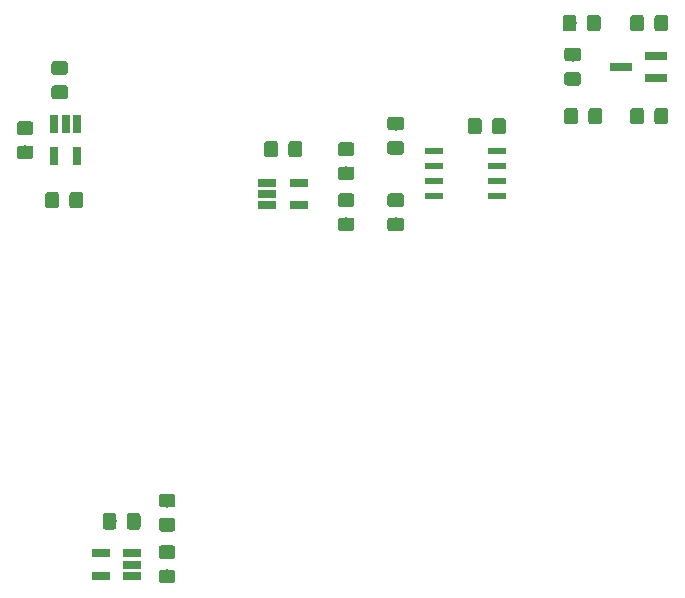
<source format=gbr>
G04 #@! TF.GenerationSoftware,KiCad,Pcbnew,5.0.2-bee76a0~70~ubuntu18.04.1*
G04 #@! TF.CreationDate,2021-06-01T15:08:51-05:00*
G04 #@! TF.ProjectId,CO2_sensorboard_slave,434f325f-7365-46e7-936f-72626f617264,rev?*
G04 #@! TF.SameCoordinates,Original*
G04 #@! TF.FileFunction,Paste,Top*
G04 #@! TF.FilePolarity,Positive*
%FSLAX46Y46*%
G04 Gerber Fmt 4.6, Leading zero omitted, Abs format (unit mm)*
G04 Created by KiCad (PCBNEW 5.0.2-bee76a0~70~ubuntu18.04.1) date Tue 01 Jun 2021 03:08:51 PM CDT*
%MOMM*%
%LPD*%
G01*
G04 APERTURE LIST*
%ADD10C,0.100000*%
%ADD11C,1.150000*%
%ADD12R,1.900000X0.800000*%
%ADD13R,0.650000X1.560000*%
%ADD14R,1.560000X0.650000*%
%ADD15R,1.550000X0.600000*%
G04 APERTURE END LIST*
D10*
G04 #@! TO.C,C1*
G36*
X55311505Y-65049204D02*
X55335773Y-65052804D01*
X55359572Y-65058765D01*
X55382671Y-65067030D01*
X55404850Y-65077520D01*
X55425893Y-65090132D01*
X55445599Y-65104747D01*
X55463777Y-65121223D01*
X55480253Y-65139401D01*
X55494868Y-65159107D01*
X55507480Y-65180150D01*
X55517970Y-65202329D01*
X55526235Y-65225428D01*
X55532196Y-65249227D01*
X55535796Y-65273495D01*
X55537000Y-65297999D01*
X55537000Y-66198001D01*
X55535796Y-66222505D01*
X55532196Y-66246773D01*
X55526235Y-66270572D01*
X55517970Y-66293671D01*
X55507480Y-66315850D01*
X55494868Y-66336893D01*
X55480253Y-66356599D01*
X55463777Y-66374777D01*
X55445599Y-66391253D01*
X55425893Y-66405868D01*
X55404850Y-66418480D01*
X55382671Y-66428970D01*
X55359572Y-66437235D01*
X55335773Y-66443196D01*
X55311505Y-66446796D01*
X55287001Y-66448000D01*
X54636999Y-66448000D01*
X54612495Y-66446796D01*
X54588227Y-66443196D01*
X54564428Y-66437235D01*
X54541329Y-66428970D01*
X54519150Y-66418480D01*
X54498107Y-66405868D01*
X54478401Y-66391253D01*
X54460223Y-66374777D01*
X54443747Y-66356599D01*
X54429132Y-66336893D01*
X54416520Y-66315850D01*
X54406030Y-66293671D01*
X54397765Y-66270572D01*
X54391804Y-66246773D01*
X54388204Y-66222505D01*
X54387000Y-66198001D01*
X54387000Y-65297999D01*
X54388204Y-65273495D01*
X54391804Y-65249227D01*
X54397765Y-65225428D01*
X54406030Y-65202329D01*
X54416520Y-65180150D01*
X54429132Y-65159107D01*
X54443747Y-65139401D01*
X54460223Y-65121223D01*
X54478401Y-65104747D01*
X54498107Y-65090132D01*
X54519150Y-65077520D01*
X54541329Y-65067030D01*
X54564428Y-65058765D01*
X54588227Y-65052804D01*
X54612495Y-65049204D01*
X54636999Y-65048000D01*
X55287001Y-65048000D01*
X55311505Y-65049204D01*
X55311505Y-65049204D01*
G37*
D11*
X54962000Y-65748000D03*
D10*
G36*
X53261505Y-65049204D02*
X53285773Y-65052804D01*
X53309572Y-65058765D01*
X53332671Y-65067030D01*
X53354850Y-65077520D01*
X53375893Y-65090132D01*
X53395599Y-65104747D01*
X53413777Y-65121223D01*
X53430253Y-65139401D01*
X53444868Y-65159107D01*
X53457480Y-65180150D01*
X53467970Y-65202329D01*
X53476235Y-65225428D01*
X53482196Y-65249227D01*
X53485796Y-65273495D01*
X53487000Y-65297999D01*
X53487000Y-66198001D01*
X53485796Y-66222505D01*
X53482196Y-66246773D01*
X53476235Y-66270572D01*
X53467970Y-66293671D01*
X53457480Y-66315850D01*
X53444868Y-66336893D01*
X53430253Y-66356599D01*
X53413777Y-66374777D01*
X53395599Y-66391253D01*
X53375893Y-66405868D01*
X53354850Y-66418480D01*
X53332671Y-66428970D01*
X53309572Y-66437235D01*
X53285773Y-66443196D01*
X53261505Y-66446796D01*
X53237001Y-66448000D01*
X52586999Y-66448000D01*
X52562495Y-66446796D01*
X52538227Y-66443196D01*
X52514428Y-66437235D01*
X52491329Y-66428970D01*
X52469150Y-66418480D01*
X52448107Y-66405868D01*
X52428401Y-66391253D01*
X52410223Y-66374777D01*
X52393747Y-66356599D01*
X52379132Y-66336893D01*
X52366520Y-66315850D01*
X52356030Y-66293671D01*
X52347765Y-66270572D01*
X52341804Y-66246773D01*
X52338204Y-66222505D01*
X52337000Y-66198001D01*
X52337000Y-65297999D01*
X52338204Y-65273495D01*
X52341804Y-65249227D01*
X52347765Y-65225428D01*
X52356030Y-65202329D01*
X52366520Y-65180150D01*
X52379132Y-65159107D01*
X52393747Y-65139401D01*
X52410223Y-65121223D01*
X52428401Y-65104747D01*
X52448107Y-65090132D01*
X52469150Y-65077520D01*
X52491329Y-65067030D01*
X52514428Y-65058765D01*
X52538227Y-65052804D01*
X52562495Y-65049204D01*
X52586999Y-65048000D01*
X53237001Y-65048000D01*
X53261505Y-65049204D01*
X53261505Y-65049204D01*
G37*
D11*
X52912000Y-65748000D03*
G04 #@! TD*
D10*
G04 #@! TO.C,C2*
G36*
X78287505Y-62897204D02*
X78311773Y-62900804D01*
X78335572Y-62906765D01*
X78358671Y-62915030D01*
X78380850Y-62925520D01*
X78401893Y-62938132D01*
X78421599Y-62952747D01*
X78439777Y-62969223D01*
X78456253Y-62987401D01*
X78470868Y-63007107D01*
X78483480Y-63028150D01*
X78493970Y-63050329D01*
X78502235Y-63073428D01*
X78508196Y-63097227D01*
X78511796Y-63121495D01*
X78513000Y-63145999D01*
X78513000Y-63796001D01*
X78511796Y-63820505D01*
X78508196Y-63844773D01*
X78502235Y-63868572D01*
X78493970Y-63891671D01*
X78483480Y-63913850D01*
X78470868Y-63934893D01*
X78456253Y-63954599D01*
X78439777Y-63972777D01*
X78421599Y-63989253D01*
X78401893Y-64003868D01*
X78380850Y-64016480D01*
X78358671Y-64026970D01*
X78335572Y-64035235D01*
X78311773Y-64041196D01*
X78287505Y-64044796D01*
X78263001Y-64046000D01*
X77362999Y-64046000D01*
X77338495Y-64044796D01*
X77314227Y-64041196D01*
X77290428Y-64035235D01*
X77267329Y-64026970D01*
X77245150Y-64016480D01*
X77224107Y-64003868D01*
X77204401Y-63989253D01*
X77186223Y-63972777D01*
X77169747Y-63954599D01*
X77155132Y-63934893D01*
X77142520Y-63913850D01*
X77132030Y-63891671D01*
X77123765Y-63868572D01*
X77117804Y-63844773D01*
X77114204Y-63820505D01*
X77113000Y-63796001D01*
X77113000Y-63145999D01*
X77114204Y-63121495D01*
X77117804Y-63097227D01*
X77123765Y-63073428D01*
X77132030Y-63050329D01*
X77142520Y-63028150D01*
X77155132Y-63007107D01*
X77169747Y-62987401D01*
X77186223Y-62969223D01*
X77204401Y-62952747D01*
X77224107Y-62938132D01*
X77245150Y-62925520D01*
X77267329Y-62915030D01*
X77290428Y-62906765D01*
X77314227Y-62900804D01*
X77338495Y-62897204D01*
X77362999Y-62896000D01*
X78263001Y-62896000D01*
X78287505Y-62897204D01*
X78287505Y-62897204D01*
G37*
D11*
X77813000Y-63471000D03*
D10*
G36*
X78287505Y-60847204D02*
X78311773Y-60850804D01*
X78335572Y-60856765D01*
X78358671Y-60865030D01*
X78380850Y-60875520D01*
X78401893Y-60888132D01*
X78421599Y-60902747D01*
X78439777Y-60919223D01*
X78456253Y-60937401D01*
X78470868Y-60957107D01*
X78483480Y-60978150D01*
X78493970Y-61000329D01*
X78502235Y-61023428D01*
X78508196Y-61047227D01*
X78511796Y-61071495D01*
X78513000Y-61095999D01*
X78513000Y-61746001D01*
X78511796Y-61770505D01*
X78508196Y-61794773D01*
X78502235Y-61818572D01*
X78493970Y-61841671D01*
X78483480Y-61863850D01*
X78470868Y-61884893D01*
X78456253Y-61904599D01*
X78439777Y-61922777D01*
X78421599Y-61939253D01*
X78401893Y-61953868D01*
X78380850Y-61966480D01*
X78358671Y-61976970D01*
X78335572Y-61985235D01*
X78311773Y-61991196D01*
X78287505Y-61994796D01*
X78263001Y-61996000D01*
X77362999Y-61996000D01*
X77338495Y-61994796D01*
X77314227Y-61991196D01*
X77290428Y-61985235D01*
X77267329Y-61976970D01*
X77245150Y-61966480D01*
X77224107Y-61953868D01*
X77204401Y-61939253D01*
X77186223Y-61922777D01*
X77169747Y-61904599D01*
X77155132Y-61884893D01*
X77142520Y-61863850D01*
X77132030Y-61841671D01*
X77123765Y-61818572D01*
X77117804Y-61794773D01*
X77114204Y-61770505D01*
X77113000Y-61746001D01*
X77113000Y-61095999D01*
X77114204Y-61071495D01*
X77117804Y-61047227D01*
X77123765Y-61023428D01*
X77132030Y-61000329D01*
X77142520Y-60978150D01*
X77155132Y-60957107D01*
X77169747Y-60937401D01*
X77186223Y-60919223D01*
X77204401Y-60902747D01*
X77224107Y-60888132D01*
X77245150Y-60875520D01*
X77267329Y-60865030D01*
X77290428Y-60856765D01*
X77314227Y-60850804D01*
X77338495Y-60847204D01*
X77362999Y-60846000D01*
X78263001Y-60846000D01*
X78287505Y-60847204D01*
X78287505Y-60847204D01*
G37*
D11*
X77813000Y-61421000D03*
G04 #@! TD*
D10*
G04 #@! TO.C,C3*
G36*
X54030505Y-53980204D02*
X54054773Y-53983804D01*
X54078572Y-53989765D01*
X54101671Y-53998030D01*
X54123850Y-54008520D01*
X54144893Y-54021132D01*
X54164599Y-54035747D01*
X54182777Y-54052223D01*
X54199253Y-54070401D01*
X54213868Y-54090107D01*
X54226480Y-54111150D01*
X54236970Y-54133329D01*
X54245235Y-54156428D01*
X54251196Y-54180227D01*
X54254796Y-54204495D01*
X54256000Y-54228999D01*
X54256000Y-54879001D01*
X54254796Y-54903505D01*
X54251196Y-54927773D01*
X54245235Y-54951572D01*
X54236970Y-54974671D01*
X54226480Y-54996850D01*
X54213868Y-55017893D01*
X54199253Y-55037599D01*
X54182777Y-55055777D01*
X54164599Y-55072253D01*
X54144893Y-55086868D01*
X54123850Y-55099480D01*
X54101671Y-55109970D01*
X54078572Y-55118235D01*
X54054773Y-55124196D01*
X54030505Y-55127796D01*
X54006001Y-55129000D01*
X53105999Y-55129000D01*
X53081495Y-55127796D01*
X53057227Y-55124196D01*
X53033428Y-55118235D01*
X53010329Y-55109970D01*
X52988150Y-55099480D01*
X52967107Y-55086868D01*
X52947401Y-55072253D01*
X52929223Y-55055777D01*
X52912747Y-55037599D01*
X52898132Y-55017893D01*
X52885520Y-54996850D01*
X52875030Y-54974671D01*
X52866765Y-54951572D01*
X52860804Y-54927773D01*
X52857204Y-54903505D01*
X52856000Y-54879001D01*
X52856000Y-54228999D01*
X52857204Y-54204495D01*
X52860804Y-54180227D01*
X52866765Y-54156428D01*
X52875030Y-54133329D01*
X52885520Y-54111150D01*
X52898132Y-54090107D01*
X52912747Y-54070401D01*
X52929223Y-54052223D01*
X52947401Y-54035747D01*
X52967107Y-54021132D01*
X52988150Y-54008520D01*
X53010329Y-53998030D01*
X53033428Y-53989765D01*
X53057227Y-53983804D01*
X53081495Y-53980204D01*
X53105999Y-53979000D01*
X54006001Y-53979000D01*
X54030505Y-53980204D01*
X54030505Y-53980204D01*
G37*
D11*
X53556000Y-54554000D03*
D10*
G36*
X54030505Y-56030204D02*
X54054773Y-56033804D01*
X54078572Y-56039765D01*
X54101671Y-56048030D01*
X54123850Y-56058520D01*
X54144893Y-56071132D01*
X54164599Y-56085747D01*
X54182777Y-56102223D01*
X54199253Y-56120401D01*
X54213868Y-56140107D01*
X54226480Y-56161150D01*
X54236970Y-56183329D01*
X54245235Y-56206428D01*
X54251196Y-56230227D01*
X54254796Y-56254495D01*
X54256000Y-56278999D01*
X54256000Y-56929001D01*
X54254796Y-56953505D01*
X54251196Y-56977773D01*
X54245235Y-57001572D01*
X54236970Y-57024671D01*
X54226480Y-57046850D01*
X54213868Y-57067893D01*
X54199253Y-57087599D01*
X54182777Y-57105777D01*
X54164599Y-57122253D01*
X54144893Y-57136868D01*
X54123850Y-57149480D01*
X54101671Y-57159970D01*
X54078572Y-57168235D01*
X54054773Y-57174196D01*
X54030505Y-57177796D01*
X54006001Y-57179000D01*
X53105999Y-57179000D01*
X53081495Y-57177796D01*
X53057227Y-57174196D01*
X53033428Y-57168235D01*
X53010329Y-57159970D01*
X52988150Y-57149480D01*
X52967107Y-57136868D01*
X52947401Y-57122253D01*
X52929223Y-57105777D01*
X52912747Y-57087599D01*
X52898132Y-57067893D01*
X52885520Y-57046850D01*
X52875030Y-57024671D01*
X52866765Y-57001572D01*
X52860804Y-56977773D01*
X52857204Y-56953505D01*
X52856000Y-56929001D01*
X52856000Y-56278999D01*
X52857204Y-56254495D01*
X52860804Y-56230227D01*
X52866765Y-56206428D01*
X52875030Y-56183329D01*
X52885520Y-56161150D01*
X52898132Y-56140107D01*
X52912747Y-56120401D01*
X52929223Y-56102223D01*
X52947401Y-56085747D01*
X52967107Y-56071132D01*
X52988150Y-56058520D01*
X53010329Y-56048030D01*
X53033428Y-56039765D01*
X53057227Y-56033804D01*
X53081495Y-56030204D01*
X53105999Y-56029000D01*
X54006001Y-56029000D01*
X54030505Y-56030204D01*
X54030505Y-56030204D01*
G37*
D11*
X53556000Y-56604000D03*
G04 #@! TD*
D10*
G04 #@! TO.C,C4*
G36*
X73853505Y-60731204D02*
X73877773Y-60734804D01*
X73901572Y-60740765D01*
X73924671Y-60749030D01*
X73946850Y-60759520D01*
X73967893Y-60772132D01*
X73987599Y-60786747D01*
X74005777Y-60803223D01*
X74022253Y-60821401D01*
X74036868Y-60841107D01*
X74049480Y-60862150D01*
X74059970Y-60884329D01*
X74068235Y-60907428D01*
X74074196Y-60931227D01*
X74077796Y-60955495D01*
X74079000Y-60979999D01*
X74079000Y-61880001D01*
X74077796Y-61904505D01*
X74074196Y-61928773D01*
X74068235Y-61952572D01*
X74059970Y-61975671D01*
X74049480Y-61997850D01*
X74036868Y-62018893D01*
X74022253Y-62038599D01*
X74005777Y-62056777D01*
X73987599Y-62073253D01*
X73967893Y-62087868D01*
X73946850Y-62100480D01*
X73924671Y-62110970D01*
X73901572Y-62119235D01*
X73877773Y-62125196D01*
X73853505Y-62128796D01*
X73829001Y-62130000D01*
X73178999Y-62130000D01*
X73154495Y-62128796D01*
X73130227Y-62125196D01*
X73106428Y-62119235D01*
X73083329Y-62110970D01*
X73061150Y-62100480D01*
X73040107Y-62087868D01*
X73020401Y-62073253D01*
X73002223Y-62056777D01*
X72985747Y-62038599D01*
X72971132Y-62018893D01*
X72958520Y-61997850D01*
X72948030Y-61975671D01*
X72939765Y-61952572D01*
X72933804Y-61928773D01*
X72930204Y-61904505D01*
X72929000Y-61880001D01*
X72929000Y-60979999D01*
X72930204Y-60955495D01*
X72933804Y-60931227D01*
X72939765Y-60907428D01*
X72948030Y-60884329D01*
X72958520Y-60862150D01*
X72971132Y-60841107D01*
X72985747Y-60821401D01*
X73002223Y-60803223D01*
X73020401Y-60786747D01*
X73040107Y-60772132D01*
X73061150Y-60759520D01*
X73083329Y-60749030D01*
X73106428Y-60740765D01*
X73130227Y-60734804D01*
X73154495Y-60731204D01*
X73178999Y-60730000D01*
X73829001Y-60730000D01*
X73853505Y-60731204D01*
X73853505Y-60731204D01*
G37*
D11*
X73504000Y-61430000D03*
D10*
G36*
X71803505Y-60731204D02*
X71827773Y-60734804D01*
X71851572Y-60740765D01*
X71874671Y-60749030D01*
X71896850Y-60759520D01*
X71917893Y-60772132D01*
X71937599Y-60786747D01*
X71955777Y-60803223D01*
X71972253Y-60821401D01*
X71986868Y-60841107D01*
X71999480Y-60862150D01*
X72009970Y-60884329D01*
X72018235Y-60907428D01*
X72024196Y-60931227D01*
X72027796Y-60955495D01*
X72029000Y-60979999D01*
X72029000Y-61880001D01*
X72027796Y-61904505D01*
X72024196Y-61928773D01*
X72018235Y-61952572D01*
X72009970Y-61975671D01*
X71999480Y-61997850D01*
X71986868Y-62018893D01*
X71972253Y-62038599D01*
X71955777Y-62056777D01*
X71937599Y-62073253D01*
X71917893Y-62087868D01*
X71896850Y-62100480D01*
X71874671Y-62110970D01*
X71851572Y-62119235D01*
X71827773Y-62125196D01*
X71803505Y-62128796D01*
X71779001Y-62130000D01*
X71128999Y-62130000D01*
X71104495Y-62128796D01*
X71080227Y-62125196D01*
X71056428Y-62119235D01*
X71033329Y-62110970D01*
X71011150Y-62100480D01*
X70990107Y-62087868D01*
X70970401Y-62073253D01*
X70952223Y-62056777D01*
X70935747Y-62038599D01*
X70921132Y-62018893D01*
X70908520Y-61997850D01*
X70898030Y-61975671D01*
X70889765Y-61952572D01*
X70883804Y-61928773D01*
X70880204Y-61904505D01*
X70879000Y-61880001D01*
X70879000Y-60979999D01*
X70880204Y-60955495D01*
X70883804Y-60931227D01*
X70889765Y-60907428D01*
X70898030Y-60884329D01*
X70908520Y-60862150D01*
X70921132Y-60841107D01*
X70935747Y-60821401D01*
X70952223Y-60803223D01*
X70970401Y-60786747D01*
X70990107Y-60772132D01*
X71011150Y-60759520D01*
X71033329Y-60749030D01*
X71056428Y-60740765D01*
X71080227Y-60734804D01*
X71104495Y-60731204D01*
X71128999Y-60730000D01*
X71779001Y-60730000D01*
X71803505Y-60731204D01*
X71803505Y-60731204D01*
G37*
D11*
X71454000Y-61430000D03*
G04 #@! TD*
D10*
G04 #@! TO.C,C5*
G36*
X91100105Y-58775404D02*
X91124373Y-58779004D01*
X91148172Y-58784965D01*
X91171271Y-58793230D01*
X91193450Y-58803720D01*
X91214493Y-58816332D01*
X91234199Y-58830947D01*
X91252377Y-58847423D01*
X91268853Y-58865601D01*
X91283468Y-58885307D01*
X91296080Y-58906350D01*
X91306570Y-58928529D01*
X91314835Y-58951628D01*
X91320796Y-58975427D01*
X91324396Y-58999695D01*
X91325600Y-59024199D01*
X91325600Y-59924201D01*
X91324396Y-59948705D01*
X91320796Y-59972973D01*
X91314835Y-59996772D01*
X91306570Y-60019871D01*
X91296080Y-60042050D01*
X91283468Y-60063093D01*
X91268853Y-60082799D01*
X91252377Y-60100977D01*
X91234199Y-60117453D01*
X91214493Y-60132068D01*
X91193450Y-60144680D01*
X91171271Y-60155170D01*
X91148172Y-60163435D01*
X91124373Y-60169396D01*
X91100105Y-60172996D01*
X91075601Y-60174200D01*
X90425599Y-60174200D01*
X90401095Y-60172996D01*
X90376827Y-60169396D01*
X90353028Y-60163435D01*
X90329929Y-60155170D01*
X90307750Y-60144680D01*
X90286707Y-60132068D01*
X90267001Y-60117453D01*
X90248823Y-60100977D01*
X90232347Y-60082799D01*
X90217732Y-60063093D01*
X90205120Y-60042050D01*
X90194630Y-60019871D01*
X90186365Y-59996772D01*
X90180404Y-59972973D01*
X90176804Y-59948705D01*
X90175600Y-59924201D01*
X90175600Y-59024199D01*
X90176804Y-58999695D01*
X90180404Y-58975427D01*
X90186365Y-58951628D01*
X90194630Y-58928529D01*
X90205120Y-58906350D01*
X90217732Y-58885307D01*
X90232347Y-58865601D01*
X90248823Y-58847423D01*
X90267001Y-58830947D01*
X90286707Y-58816332D01*
X90307750Y-58803720D01*
X90329929Y-58793230D01*
X90353028Y-58784965D01*
X90376827Y-58779004D01*
X90401095Y-58775404D01*
X90425599Y-58774200D01*
X91075601Y-58774200D01*
X91100105Y-58775404D01*
X91100105Y-58775404D01*
G37*
D11*
X90750600Y-59474200D03*
D10*
G36*
X89050105Y-58775404D02*
X89074373Y-58779004D01*
X89098172Y-58784965D01*
X89121271Y-58793230D01*
X89143450Y-58803720D01*
X89164493Y-58816332D01*
X89184199Y-58830947D01*
X89202377Y-58847423D01*
X89218853Y-58865601D01*
X89233468Y-58885307D01*
X89246080Y-58906350D01*
X89256570Y-58928529D01*
X89264835Y-58951628D01*
X89270796Y-58975427D01*
X89274396Y-58999695D01*
X89275600Y-59024199D01*
X89275600Y-59924201D01*
X89274396Y-59948705D01*
X89270796Y-59972973D01*
X89264835Y-59996772D01*
X89256570Y-60019871D01*
X89246080Y-60042050D01*
X89233468Y-60063093D01*
X89218853Y-60082799D01*
X89202377Y-60100977D01*
X89184199Y-60117453D01*
X89164493Y-60132068D01*
X89143450Y-60144680D01*
X89121271Y-60155170D01*
X89098172Y-60163435D01*
X89074373Y-60169396D01*
X89050105Y-60172996D01*
X89025601Y-60174200D01*
X88375599Y-60174200D01*
X88351095Y-60172996D01*
X88326827Y-60169396D01*
X88303028Y-60163435D01*
X88279929Y-60155170D01*
X88257750Y-60144680D01*
X88236707Y-60132068D01*
X88217001Y-60117453D01*
X88198823Y-60100977D01*
X88182347Y-60082799D01*
X88167732Y-60063093D01*
X88155120Y-60042050D01*
X88144630Y-60019871D01*
X88136365Y-59996772D01*
X88130404Y-59972973D01*
X88126804Y-59948705D01*
X88125600Y-59924201D01*
X88125600Y-59024199D01*
X88126804Y-58999695D01*
X88130404Y-58975427D01*
X88136365Y-58951628D01*
X88144630Y-58928529D01*
X88155120Y-58906350D01*
X88167732Y-58885307D01*
X88182347Y-58865601D01*
X88198823Y-58847423D01*
X88217001Y-58830947D01*
X88236707Y-58816332D01*
X88257750Y-58803720D01*
X88279929Y-58793230D01*
X88303028Y-58784965D01*
X88326827Y-58779004D01*
X88351095Y-58775404D01*
X88375599Y-58774200D01*
X89025601Y-58774200D01*
X89050105Y-58775404D01*
X89050105Y-58775404D01*
G37*
D11*
X88700600Y-59474200D03*
G04 #@! TD*
D12*
G04 #@! TO.C,D1*
X104078000Y-55395000D03*
X104078000Y-53495000D03*
X101078000Y-54445000D03*
G04 #@! TD*
D10*
G04 #@! TO.C,R1*
G36*
X51109505Y-61119204D02*
X51133773Y-61122804D01*
X51157572Y-61128765D01*
X51180671Y-61137030D01*
X51202850Y-61147520D01*
X51223893Y-61160132D01*
X51243599Y-61174747D01*
X51261777Y-61191223D01*
X51278253Y-61209401D01*
X51292868Y-61229107D01*
X51305480Y-61250150D01*
X51315970Y-61272329D01*
X51324235Y-61295428D01*
X51330196Y-61319227D01*
X51333796Y-61343495D01*
X51335000Y-61367999D01*
X51335000Y-62018001D01*
X51333796Y-62042505D01*
X51330196Y-62066773D01*
X51324235Y-62090572D01*
X51315970Y-62113671D01*
X51305480Y-62135850D01*
X51292868Y-62156893D01*
X51278253Y-62176599D01*
X51261777Y-62194777D01*
X51243599Y-62211253D01*
X51223893Y-62225868D01*
X51202850Y-62238480D01*
X51180671Y-62248970D01*
X51157572Y-62257235D01*
X51133773Y-62263196D01*
X51109505Y-62266796D01*
X51085001Y-62268000D01*
X50184999Y-62268000D01*
X50160495Y-62266796D01*
X50136227Y-62263196D01*
X50112428Y-62257235D01*
X50089329Y-62248970D01*
X50067150Y-62238480D01*
X50046107Y-62225868D01*
X50026401Y-62211253D01*
X50008223Y-62194777D01*
X49991747Y-62176599D01*
X49977132Y-62156893D01*
X49964520Y-62135850D01*
X49954030Y-62113671D01*
X49945765Y-62090572D01*
X49939804Y-62066773D01*
X49936204Y-62042505D01*
X49935000Y-62018001D01*
X49935000Y-61367999D01*
X49936204Y-61343495D01*
X49939804Y-61319227D01*
X49945765Y-61295428D01*
X49954030Y-61272329D01*
X49964520Y-61250150D01*
X49977132Y-61229107D01*
X49991747Y-61209401D01*
X50008223Y-61191223D01*
X50026401Y-61174747D01*
X50046107Y-61160132D01*
X50067150Y-61147520D01*
X50089329Y-61137030D01*
X50112428Y-61128765D01*
X50136227Y-61122804D01*
X50160495Y-61119204D01*
X50184999Y-61118000D01*
X51085001Y-61118000D01*
X51109505Y-61119204D01*
X51109505Y-61119204D01*
G37*
D11*
X50635000Y-61693000D03*
D10*
G36*
X51109505Y-59069204D02*
X51133773Y-59072804D01*
X51157572Y-59078765D01*
X51180671Y-59087030D01*
X51202850Y-59097520D01*
X51223893Y-59110132D01*
X51243599Y-59124747D01*
X51261777Y-59141223D01*
X51278253Y-59159401D01*
X51292868Y-59179107D01*
X51305480Y-59200150D01*
X51315970Y-59222329D01*
X51324235Y-59245428D01*
X51330196Y-59269227D01*
X51333796Y-59293495D01*
X51335000Y-59317999D01*
X51335000Y-59968001D01*
X51333796Y-59992505D01*
X51330196Y-60016773D01*
X51324235Y-60040572D01*
X51315970Y-60063671D01*
X51305480Y-60085850D01*
X51292868Y-60106893D01*
X51278253Y-60126599D01*
X51261777Y-60144777D01*
X51243599Y-60161253D01*
X51223893Y-60175868D01*
X51202850Y-60188480D01*
X51180671Y-60198970D01*
X51157572Y-60207235D01*
X51133773Y-60213196D01*
X51109505Y-60216796D01*
X51085001Y-60218000D01*
X50184999Y-60218000D01*
X50160495Y-60216796D01*
X50136227Y-60213196D01*
X50112428Y-60207235D01*
X50089329Y-60198970D01*
X50067150Y-60188480D01*
X50046107Y-60175868D01*
X50026401Y-60161253D01*
X50008223Y-60144777D01*
X49991747Y-60126599D01*
X49977132Y-60106893D01*
X49964520Y-60085850D01*
X49954030Y-60063671D01*
X49945765Y-60040572D01*
X49939804Y-60016773D01*
X49936204Y-59992505D01*
X49935000Y-59968001D01*
X49935000Y-59317999D01*
X49936204Y-59293495D01*
X49939804Y-59269227D01*
X49945765Y-59245428D01*
X49954030Y-59222329D01*
X49964520Y-59200150D01*
X49977132Y-59179107D01*
X49991747Y-59159401D01*
X50008223Y-59141223D01*
X50026401Y-59124747D01*
X50046107Y-59110132D01*
X50067150Y-59097520D01*
X50089329Y-59087030D01*
X50112428Y-59078765D01*
X50136227Y-59072804D01*
X50160495Y-59069204D01*
X50184999Y-59068000D01*
X51085001Y-59068000D01*
X51109505Y-59069204D01*
X51109505Y-59069204D01*
G37*
D11*
X50635000Y-59643000D03*
G04 #@! TD*
D10*
G04 #@! TO.C,R2*
G36*
X78287505Y-65165204D02*
X78311773Y-65168804D01*
X78335572Y-65174765D01*
X78358671Y-65183030D01*
X78380850Y-65193520D01*
X78401893Y-65206132D01*
X78421599Y-65220747D01*
X78439777Y-65237223D01*
X78456253Y-65255401D01*
X78470868Y-65275107D01*
X78483480Y-65296150D01*
X78493970Y-65318329D01*
X78502235Y-65341428D01*
X78508196Y-65365227D01*
X78511796Y-65389495D01*
X78513000Y-65413999D01*
X78513000Y-66064001D01*
X78511796Y-66088505D01*
X78508196Y-66112773D01*
X78502235Y-66136572D01*
X78493970Y-66159671D01*
X78483480Y-66181850D01*
X78470868Y-66202893D01*
X78456253Y-66222599D01*
X78439777Y-66240777D01*
X78421599Y-66257253D01*
X78401893Y-66271868D01*
X78380850Y-66284480D01*
X78358671Y-66294970D01*
X78335572Y-66303235D01*
X78311773Y-66309196D01*
X78287505Y-66312796D01*
X78263001Y-66314000D01*
X77362999Y-66314000D01*
X77338495Y-66312796D01*
X77314227Y-66309196D01*
X77290428Y-66303235D01*
X77267329Y-66294970D01*
X77245150Y-66284480D01*
X77224107Y-66271868D01*
X77204401Y-66257253D01*
X77186223Y-66240777D01*
X77169747Y-66222599D01*
X77155132Y-66202893D01*
X77142520Y-66181850D01*
X77132030Y-66159671D01*
X77123765Y-66136572D01*
X77117804Y-66112773D01*
X77114204Y-66088505D01*
X77113000Y-66064001D01*
X77113000Y-65413999D01*
X77114204Y-65389495D01*
X77117804Y-65365227D01*
X77123765Y-65341428D01*
X77132030Y-65318329D01*
X77142520Y-65296150D01*
X77155132Y-65275107D01*
X77169747Y-65255401D01*
X77186223Y-65237223D01*
X77204401Y-65220747D01*
X77224107Y-65206132D01*
X77245150Y-65193520D01*
X77267329Y-65183030D01*
X77290428Y-65174765D01*
X77314227Y-65168804D01*
X77338495Y-65165204D01*
X77362999Y-65164000D01*
X78263001Y-65164000D01*
X78287505Y-65165204D01*
X78287505Y-65165204D01*
G37*
D11*
X77813000Y-65739000D03*
D10*
G36*
X78287505Y-67215204D02*
X78311773Y-67218804D01*
X78335572Y-67224765D01*
X78358671Y-67233030D01*
X78380850Y-67243520D01*
X78401893Y-67256132D01*
X78421599Y-67270747D01*
X78439777Y-67287223D01*
X78456253Y-67305401D01*
X78470868Y-67325107D01*
X78483480Y-67346150D01*
X78493970Y-67368329D01*
X78502235Y-67391428D01*
X78508196Y-67415227D01*
X78511796Y-67439495D01*
X78513000Y-67463999D01*
X78513000Y-68114001D01*
X78511796Y-68138505D01*
X78508196Y-68162773D01*
X78502235Y-68186572D01*
X78493970Y-68209671D01*
X78483480Y-68231850D01*
X78470868Y-68252893D01*
X78456253Y-68272599D01*
X78439777Y-68290777D01*
X78421599Y-68307253D01*
X78401893Y-68321868D01*
X78380850Y-68334480D01*
X78358671Y-68344970D01*
X78335572Y-68353235D01*
X78311773Y-68359196D01*
X78287505Y-68362796D01*
X78263001Y-68364000D01*
X77362999Y-68364000D01*
X77338495Y-68362796D01*
X77314227Y-68359196D01*
X77290428Y-68353235D01*
X77267329Y-68344970D01*
X77245150Y-68334480D01*
X77224107Y-68321868D01*
X77204401Y-68307253D01*
X77186223Y-68290777D01*
X77169747Y-68272599D01*
X77155132Y-68252893D01*
X77142520Y-68231850D01*
X77132030Y-68209671D01*
X77123765Y-68186572D01*
X77117804Y-68162773D01*
X77114204Y-68138505D01*
X77113000Y-68114001D01*
X77113000Y-67463999D01*
X77114204Y-67439495D01*
X77117804Y-67415227D01*
X77123765Y-67391428D01*
X77132030Y-67368329D01*
X77142520Y-67346150D01*
X77155132Y-67325107D01*
X77169747Y-67305401D01*
X77186223Y-67287223D01*
X77204401Y-67270747D01*
X77224107Y-67256132D01*
X77245150Y-67243520D01*
X77267329Y-67233030D01*
X77290428Y-67224765D01*
X77314227Y-67218804D01*
X77338495Y-67215204D01*
X77362999Y-67214000D01*
X78263001Y-67214000D01*
X78287505Y-67215204D01*
X78287505Y-67215204D01*
G37*
D11*
X77813000Y-67789000D03*
G04 #@! TD*
D10*
G04 #@! TO.C,R3*
G36*
X82478505Y-60738204D02*
X82502773Y-60741804D01*
X82526572Y-60747765D01*
X82549671Y-60756030D01*
X82571850Y-60766520D01*
X82592893Y-60779132D01*
X82612599Y-60793747D01*
X82630777Y-60810223D01*
X82647253Y-60828401D01*
X82661868Y-60848107D01*
X82674480Y-60869150D01*
X82684970Y-60891329D01*
X82693235Y-60914428D01*
X82699196Y-60938227D01*
X82702796Y-60962495D01*
X82704000Y-60986999D01*
X82704000Y-61637001D01*
X82702796Y-61661505D01*
X82699196Y-61685773D01*
X82693235Y-61709572D01*
X82684970Y-61732671D01*
X82674480Y-61754850D01*
X82661868Y-61775893D01*
X82647253Y-61795599D01*
X82630777Y-61813777D01*
X82612599Y-61830253D01*
X82592893Y-61844868D01*
X82571850Y-61857480D01*
X82549671Y-61867970D01*
X82526572Y-61876235D01*
X82502773Y-61882196D01*
X82478505Y-61885796D01*
X82454001Y-61887000D01*
X81553999Y-61887000D01*
X81529495Y-61885796D01*
X81505227Y-61882196D01*
X81481428Y-61876235D01*
X81458329Y-61867970D01*
X81436150Y-61857480D01*
X81415107Y-61844868D01*
X81395401Y-61830253D01*
X81377223Y-61813777D01*
X81360747Y-61795599D01*
X81346132Y-61775893D01*
X81333520Y-61754850D01*
X81323030Y-61732671D01*
X81314765Y-61709572D01*
X81308804Y-61685773D01*
X81305204Y-61661505D01*
X81304000Y-61637001D01*
X81304000Y-60986999D01*
X81305204Y-60962495D01*
X81308804Y-60938227D01*
X81314765Y-60914428D01*
X81323030Y-60891329D01*
X81333520Y-60869150D01*
X81346132Y-60848107D01*
X81360747Y-60828401D01*
X81377223Y-60810223D01*
X81395401Y-60793747D01*
X81415107Y-60779132D01*
X81436150Y-60766520D01*
X81458329Y-60756030D01*
X81481428Y-60747765D01*
X81505227Y-60741804D01*
X81529495Y-60738204D01*
X81553999Y-60737000D01*
X82454001Y-60737000D01*
X82478505Y-60738204D01*
X82478505Y-60738204D01*
G37*
D11*
X82004000Y-61312000D03*
D10*
G36*
X82478505Y-58688204D02*
X82502773Y-58691804D01*
X82526572Y-58697765D01*
X82549671Y-58706030D01*
X82571850Y-58716520D01*
X82592893Y-58729132D01*
X82612599Y-58743747D01*
X82630777Y-58760223D01*
X82647253Y-58778401D01*
X82661868Y-58798107D01*
X82674480Y-58819150D01*
X82684970Y-58841329D01*
X82693235Y-58864428D01*
X82699196Y-58888227D01*
X82702796Y-58912495D01*
X82704000Y-58936999D01*
X82704000Y-59587001D01*
X82702796Y-59611505D01*
X82699196Y-59635773D01*
X82693235Y-59659572D01*
X82684970Y-59682671D01*
X82674480Y-59704850D01*
X82661868Y-59725893D01*
X82647253Y-59745599D01*
X82630777Y-59763777D01*
X82612599Y-59780253D01*
X82592893Y-59794868D01*
X82571850Y-59807480D01*
X82549671Y-59817970D01*
X82526572Y-59826235D01*
X82502773Y-59832196D01*
X82478505Y-59835796D01*
X82454001Y-59837000D01*
X81553999Y-59837000D01*
X81529495Y-59835796D01*
X81505227Y-59832196D01*
X81481428Y-59826235D01*
X81458329Y-59817970D01*
X81436150Y-59807480D01*
X81415107Y-59794868D01*
X81395401Y-59780253D01*
X81377223Y-59763777D01*
X81360747Y-59745599D01*
X81346132Y-59725893D01*
X81333520Y-59704850D01*
X81323030Y-59682671D01*
X81314765Y-59659572D01*
X81308804Y-59635773D01*
X81305204Y-59611505D01*
X81304000Y-59587001D01*
X81304000Y-58936999D01*
X81305204Y-58912495D01*
X81308804Y-58888227D01*
X81314765Y-58864428D01*
X81323030Y-58841329D01*
X81333520Y-58819150D01*
X81346132Y-58798107D01*
X81360747Y-58778401D01*
X81377223Y-58760223D01*
X81395401Y-58743747D01*
X81415107Y-58729132D01*
X81436150Y-58716520D01*
X81458329Y-58706030D01*
X81481428Y-58697765D01*
X81505227Y-58691804D01*
X81529495Y-58688204D01*
X81553999Y-58687000D01*
X82454001Y-58687000D01*
X82478505Y-58688204D01*
X82478505Y-58688204D01*
G37*
D11*
X82004000Y-59262000D03*
G04 #@! TD*
D10*
G04 #@! TO.C,R4*
G36*
X82478505Y-67215204D02*
X82502773Y-67218804D01*
X82526572Y-67224765D01*
X82549671Y-67233030D01*
X82571850Y-67243520D01*
X82592893Y-67256132D01*
X82612599Y-67270747D01*
X82630777Y-67287223D01*
X82647253Y-67305401D01*
X82661868Y-67325107D01*
X82674480Y-67346150D01*
X82684970Y-67368329D01*
X82693235Y-67391428D01*
X82699196Y-67415227D01*
X82702796Y-67439495D01*
X82704000Y-67463999D01*
X82704000Y-68114001D01*
X82702796Y-68138505D01*
X82699196Y-68162773D01*
X82693235Y-68186572D01*
X82684970Y-68209671D01*
X82674480Y-68231850D01*
X82661868Y-68252893D01*
X82647253Y-68272599D01*
X82630777Y-68290777D01*
X82612599Y-68307253D01*
X82592893Y-68321868D01*
X82571850Y-68334480D01*
X82549671Y-68344970D01*
X82526572Y-68353235D01*
X82502773Y-68359196D01*
X82478505Y-68362796D01*
X82454001Y-68364000D01*
X81553999Y-68364000D01*
X81529495Y-68362796D01*
X81505227Y-68359196D01*
X81481428Y-68353235D01*
X81458329Y-68344970D01*
X81436150Y-68334480D01*
X81415107Y-68321868D01*
X81395401Y-68307253D01*
X81377223Y-68290777D01*
X81360747Y-68272599D01*
X81346132Y-68252893D01*
X81333520Y-68231850D01*
X81323030Y-68209671D01*
X81314765Y-68186572D01*
X81308804Y-68162773D01*
X81305204Y-68138505D01*
X81304000Y-68114001D01*
X81304000Y-67463999D01*
X81305204Y-67439495D01*
X81308804Y-67415227D01*
X81314765Y-67391428D01*
X81323030Y-67368329D01*
X81333520Y-67346150D01*
X81346132Y-67325107D01*
X81360747Y-67305401D01*
X81377223Y-67287223D01*
X81395401Y-67270747D01*
X81415107Y-67256132D01*
X81436150Y-67243520D01*
X81458329Y-67233030D01*
X81481428Y-67224765D01*
X81505227Y-67218804D01*
X81529495Y-67215204D01*
X81553999Y-67214000D01*
X82454001Y-67214000D01*
X82478505Y-67215204D01*
X82478505Y-67215204D01*
G37*
D11*
X82004000Y-67789000D03*
D10*
G36*
X82478505Y-65165204D02*
X82502773Y-65168804D01*
X82526572Y-65174765D01*
X82549671Y-65183030D01*
X82571850Y-65193520D01*
X82592893Y-65206132D01*
X82612599Y-65220747D01*
X82630777Y-65237223D01*
X82647253Y-65255401D01*
X82661868Y-65275107D01*
X82674480Y-65296150D01*
X82684970Y-65318329D01*
X82693235Y-65341428D01*
X82699196Y-65365227D01*
X82702796Y-65389495D01*
X82704000Y-65413999D01*
X82704000Y-66064001D01*
X82702796Y-66088505D01*
X82699196Y-66112773D01*
X82693235Y-66136572D01*
X82684970Y-66159671D01*
X82674480Y-66181850D01*
X82661868Y-66202893D01*
X82647253Y-66222599D01*
X82630777Y-66240777D01*
X82612599Y-66257253D01*
X82592893Y-66271868D01*
X82571850Y-66284480D01*
X82549671Y-66294970D01*
X82526572Y-66303235D01*
X82502773Y-66309196D01*
X82478505Y-66312796D01*
X82454001Y-66314000D01*
X81553999Y-66314000D01*
X81529495Y-66312796D01*
X81505227Y-66309196D01*
X81481428Y-66303235D01*
X81458329Y-66294970D01*
X81436150Y-66284480D01*
X81415107Y-66271868D01*
X81395401Y-66257253D01*
X81377223Y-66240777D01*
X81360747Y-66222599D01*
X81346132Y-66202893D01*
X81333520Y-66181850D01*
X81323030Y-66159671D01*
X81314765Y-66136572D01*
X81308804Y-66112773D01*
X81305204Y-66088505D01*
X81304000Y-66064001D01*
X81304000Y-65413999D01*
X81305204Y-65389495D01*
X81308804Y-65365227D01*
X81314765Y-65341428D01*
X81323030Y-65318329D01*
X81333520Y-65296150D01*
X81346132Y-65275107D01*
X81360747Y-65255401D01*
X81377223Y-65237223D01*
X81395401Y-65220747D01*
X81415107Y-65206132D01*
X81436150Y-65193520D01*
X81458329Y-65183030D01*
X81481428Y-65174765D01*
X81505227Y-65168804D01*
X81529495Y-65165204D01*
X81553999Y-65164000D01*
X82454001Y-65164000D01*
X82478505Y-65165204D01*
X82478505Y-65165204D01*
G37*
D11*
X82004000Y-65739000D03*
G04 #@! TD*
D10*
G04 #@! TO.C,R5*
G36*
X97203505Y-57937204D02*
X97227773Y-57940804D01*
X97251572Y-57946765D01*
X97274671Y-57955030D01*
X97296850Y-57965520D01*
X97317893Y-57978132D01*
X97337599Y-57992747D01*
X97355777Y-58009223D01*
X97372253Y-58027401D01*
X97386868Y-58047107D01*
X97399480Y-58068150D01*
X97409970Y-58090329D01*
X97418235Y-58113428D01*
X97424196Y-58137227D01*
X97427796Y-58161495D01*
X97429000Y-58185999D01*
X97429000Y-59086001D01*
X97427796Y-59110505D01*
X97424196Y-59134773D01*
X97418235Y-59158572D01*
X97409970Y-59181671D01*
X97399480Y-59203850D01*
X97386868Y-59224893D01*
X97372253Y-59244599D01*
X97355777Y-59262777D01*
X97337599Y-59279253D01*
X97317893Y-59293868D01*
X97296850Y-59306480D01*
X97274671Y-59316970D01*
X97251572Y-59325235D01*
X97227773Y-59331196D01*
X97203505Y-59334796D01*
X97179001Y-59336000D01*
X96528999Y-59336000D01*
X96504495Y-59334796D01*
X96480227Y-59331196D01*
X96456428Y-59325235D01*
X96433329Y-59316970D01*
X96411150Y-59306480D01*
X96390107Y-59293868D01*
X96370401Y-59279253D01*
X96352223Y-59262777D01*
X96335747Y-59244599D01*
X96321132Y-59224893D01*
X96308520Y-59203850D01*
X96298030Y-59181671D01*
X96289765Y-59158572D01*
X96283804Y-59134773D01*
X96280204Y-59110505D01*
X96279000Y-59086001D01*
X96279000Y-58185999D01*
X96280204Y-58161495D01*
X96283804Y-58137227D01*
X96289765Y-58113428D01*
X96298030Y-58090329D01*
X96308520Y-58068150D01*
X96321132Y-58047107D01*
X96335747Y-58027401D01*
X96352223Y-58009223D01*
X96370401Y-57992747D01*
X96390107Y-57978132D01*
X96411150Y-57965520D01*
X96433329Y-57955030D01*
X96456428Y-57946765D01*
X96480227Y-57940804D01*
X96504495Y-57937204D01*
X96528999Y-57936000D01*
X97179001Y-57936000D01*
X97203505Y-57937204D01*
X97203505Y-57937204D01*
G37*
D11*
X96854000Y-58636000D03*
D10*
G36*
X99253505Y-57937204D02*
X99277773Y-57940804D01*
X99301572Y-57946765D01*
X99324671Y-57955030D01*
X99346850Y-57965520D01*
X99367893Y-57978132D01*
X99387599Y-57992747D01*
X99405777Y-58009223D01*
X99422253Y-58027401D01*
X99436868Y-58047107D01*
X99449480Y-58068150D01*
X99459970Y-58090329D01*
X99468235Y-58113428D01*
X99474196Y-58137227D01*
X99477796Y-58161495D01*
X99479000Y-58185999D01*
X99479000Y-59086001D01*
X99477796Y-59110505D01*
X99474196Y-59134773D01*
X99468235Y-59158572D01*
X99459970Y-59181671D01*
X99449480Y-59203850D01*
X99436868Y-59224893D01*
X99422253Y-59244599D01*
X99405777Y-59262777D01*
X99387599Y-59279253D01*
X99367893Y-59293868D01*
X99346850Y-59306480D01*
X99324671Y-59316970D01*
X99301572Y-59325235D01*
X99277773Y-59331196D01*
X99253505Y-59334796D01*
X99229001Y-59336000D01*
X98578999Y-59336000D01*
X98554495Y-59334796D01*
X98530227Y-59331196D01*
X98506428Y-59325235D01*
X98483329Y-59316970D01*
X98461150Y-59306480D01*
X98440107Y-59293868D01*
X98420401Y-59279253D01*
X98402223Y-59262777D01*
X98385747Y-59244599D01*
X98371132Y-59224893D01*
X98358520Y-59203850D01*
X98348030Y-59181671D01*
X98339765Y-59158572D01*
X98333804Y-59134773D01*
X98330204Y-59110505D01*
X98329000Y-59086001D01*
X98329000Y-58185999D01*
X98330204Y-58161495D01*
X98333804Y-58137227D01*
X98339765Y-58113428D01*
X98348030Y-58090329D01*
X98358520Y-58068150D01*
X98371132Y-58047107D01*
X98385747Y-58027401D01*
X98402223Y-58009223D01*
X98420401Y-57992747D01*
X98440107Y-57978132D01*
X98461150Y-57965520D01*
X98483329Y-57955030D01*
X98506428Y-57946765D01*
X98530227Y-57940804D01*
X98554495Y-57937204D01*
X98578999Y-57936000D01*
X99229001Y-57936000D01*
X99253505Y-57937204D01*
X99253505Y-57937204D01*
G37*
D11*
X98904000Y-58636000D03*
G04 #@! TD*
D10*
G04 #@! TO.C,R6*
G36*
X97464505Y-54896204D02*
X97488773Y-54899804D01*
X97512572Y-54905765D01*
X97535671Y-54914030D01*
X97557850Y-54924520D01*
X97578893Y-54937132D01*
X97598599Y-54951747D01*
X97616777Y-54968223D01*
X97633253Y-54986401D01*
X97647868Y-55006107D01*
X97660480Y-55027150D01*
X97670970Y-55049329D01*
X97679235Y-55072428D01*
X97685196Y-55096227D01*
X97688796Y-55120495D01*
X97690000Y-55144999D01*
X97690000Y-55795001D01*
X97688796Y-55819505D01*
X97685196Y-55843773D01*
X97679235Y-55867572D01*
X97670970Y-55890671D01*
X97660480Y-55912850D01*
X97647868Y-55933893D01*
X97633253Y-55953599D01*
X97616777Y-55971777D01*
X97598599Y-55988253D01*
X97578893Y-56002868D01*
X97557850Y-56015480D01*
X97535671Y-56025970D01*
X97512572Y-56034235D01*
X97488773Y-56040196D01*
X97464505Y-56043796D01*
X97440001Y-56045000D01*
X96539999Y-56045000D01*
X96515495Y-56043796D01*
X96491227Y-56040196D01*
X96467428Y-56034235D01*
X96444329Y-56025970D01*
X96422150Y-56015480D01*
X96401107Y-56002868D01*
X96381401Y-55988253D01*
X96363223Y-55971777D01*
X96346747Y-55953599D01*
X96332132Y-55933893D01*
X96319520Y-55912850D01*
X96309030Y-55890671D01*
X96300765Y-55867572D01*
X96294804Y-55843773D01*
X96291204Y-55819505D01*
X96290000Y-55795001D01*
X96290000Y-55144999D01*
X96291204Y-55120495D01*
X96294804Y-55096227D01*
X96300765Y-55072428D01*
X96309030Y-55049329D01*
X96319520Y-55027150D01*
X96332132Y-55006107D01*
X96346747Y-54986401D01*
X96363223Y-54968223D01*
X96381401Y-54951747D01*
X96401107Y-54937132D01*
X96422150Y-54924520D01*
X96444329Y-54914030D01*
X96467428Y-54905765D01*
X96491227Y-54899804D01*
X96515495Y-54896204D01*
X96539999Y-54895000D01*
X97440001Y-54895000D01*
X97464505Y-54896204D01*
X97464505Y-54896204D01*
G37*
D11*
X96990000Y-55470000D03*
D10*
G36*
X97464505Y-52846204D02*
X97488773Y-52849804D01*
X97512572Y-52855765D01*
X97535671Y-52864030D01*
X97557850Y-52874520D01*
X97578893Y-52887132D01*
X97598599Y-52901747D01*
X97616777Y-52918223D01*
X97633253Y-52936401D01*
X97647868Y-52956107D01*
X97660480Y-52977150D01*
X97670970Y-52999329D01*
X97679235Y-53022428D01*
X97685196Y-53046227D01*
X97688796Y-53070495D01*
X97690000Y-53094999D01*
X97690000Y-53745001D01*
X97688796Y-53769505D01*
X97685196Y-53793773D01*
X97679235Y-53817572D01*
X97670970Y-53840671D01*
X97660480Y-53862850D01*
X97647868Y-53883893D01*
X97633253Y-53903599D01*
X97616777Y-53921777D01*
X97598599Y-53938253D01*
X97578893Y-53952868D01*
X97557850Y-53965480D01*
X97535671Y-53975970D01*
X97512572Y-53984235D01*
X97488773Y-53990196D01*
X97464505Y-53993796D01*
X97440001Y-53995000D01*
X96539999Y-53995000D01*
X96515495Y-53993796D01*
X96491227Y-53990196D01*
X96467428Y-53984235D01*
X96444329Y-53975970D01*
X96422150Y-53965480D01*
X96401107Y-53952868D01*
X96381401Y-53938253D01*
X96363223Y-53921777D01*
X96346747Y-53903599D01*
X96332132Y-53883893D01*
X96319520Y-53862850D01*
X96309030Y-53840671D01*
X96300765Y-53817572D01*
X96294804Y-53793773D01*
X96291204Y-53769505D01*
X96290000Y-53745001D01*
X96290000Y-53094999D01*
X96291204Y-53070495D01*
X96294804Y-53046227D01*
X96300765Y-53022428D01*
X96309030Y-52999329D01*
X96319520Y-52977150D01*
X96332132Y-52956107D01*
X96346747Y-52936401D01*
X96363223Y-52918223D01*
X96381401Y-52901747D01*
X96401107Y-52887132D01*
X96422150Y-52874520D01*
X96444329Y-52864030D01*
X96467428Y-52855765D01*
X96491227Y-52849804D01*
X96515495Y-52846204D01*
X96539999Y-52845000D01*
X97440001Y-52845000D01*
X97464505Y-52846204D01*
X97464505Y-52846204D01*
G37*
D11*
X96990000Y-53420000D03*
G04 #@! TD*
D10*
G04 #@! TO.C,R7*
G36*
X97076505Y-50063204D02*
X97100773Y-50066804D01*
X97124572Y-50072765D01*
X97147671Y-50081030D01*
X97169850Y-50091520D01*
X97190893Y-50104132D01*
X97210599Y-50118747D01*
X97228777Y-50135223D01*
X97245253Y-50153401D01*
X97259868Y-50173107D01*
X97272480Y-50194150D01*
X97282970Y-50216329D01*
X97291235Y-50239428D01*
X97297196Y-50263227D01*
X97300796Y-50287495D01*
X97302000Y-50311999D01*
X97302000Y-51212001D01*
X97300796Y-51236505D01*
X97297196Y-51260773D01*
X97291235Y-51284572D01*
X97282970Y-51307671D01*
X97272480Y-51329850D01*
X97259868Y-51350893D01*
X97245253Y-51370599D01*
X97228777Y-51388777D01*
X97210599Y-51405253D01*
X97190893Y-51419868D01*
X97169850Y-51432480D01*
X97147671Y-51442970D01*
X97124572Y-51451235D01*
X97100773Y-51457196D01*
X97076505Y-51460796D01*
X97052001Y-51462000D01*
X96401999Y-51462000D01*
X96377495Y-51460796D01*
X96353227Y-51457196D01*
X96329428Y-51451235D01*
X96306329Y-51442970D01*
X96284150Y-51432480D01*
X96263107Y-51419868D01*
X96243401Y-51405253D01*
X96225223Y-51388777D01*
X96208747Y-51370599D01*
X96194132Y-51350893D01*
X96181520Y-51329850D01*
X96171030Y-51307671D01*
X96162765Y-51284572D01*
X96156804Y-51260773D01*
X96153204Y-51236505D01*
X96152000Y-51212001D01*
X96152000Y-50311999D01*
X96153204Y-50287495D01*
X96156804Y-50263227D01*
X96162765Y-50239428D01*
X96171030Y-50216329D01*
X96181520Y-50194150D01*
X96194132Y-50173107D01*
X96208747Y-50153401D01*
X96225223Y-50135223D01*
X96243401Y-50118747D01*
X96263107Y-50104132D01*
X96284150Y-50091520D01*
X96306329Y-50081030D01*
X96329428Y-50072765D01*
X96353227Y-50066804D01*
X96377495Y-50063204D01*
X96401999Y-50062000D01*
X97052001Y-50062000D01*
X97076505Y-50063204D01*
X97076505Y-50063204D01*
G37*
D11*
X96727000Y-50762000D03*
D10*
G36*
X99126505Y-50063204D02*
X99150773Y-50066804D01*
X99174572Y-50072765D01*
X99197671Y-50081030D01*
X99219850Y-50091520D01*
X99240893Y-50104132D01*
X99260599Y-50118747D01*
X99278777Y-50135223D01*
X99295253Y-50153401D01*
X99309868Y-50173107D01*
X99322480Y-50194150D01*
X99332970Y-50216329D01*
X99341235Y-50239428D01*
X99347196Y-50263227D01*
X99350796Y-50287495D01*
X99352000Y-50311999D01*
X99352000Y-51212001D01*
X99350796Y-51236505D01*
X99347196Y-51260773D01*
X99341235Y-51284572D01*
X99332970Y-51307671D01*
X99322480Y-51329850D01*
X99309868Y-51350893D01*
X99295253Y-51370599D01*
X99278777Y-51388777D01*
X99260599Y-51405253D01*
X99240893Y-51419868D01*
X99219850Y-51432480D01*
X99197671Y-51442970D01*
X99174572Y-51451235D01*
X99150773Y-51457196D01*
X99126505Y-51460796D01*
X99102001Y-51462000D01*
X98451999Y-51462000D01*
X98427495Y-51460796D01*
X98403227Y-51457196D01*
X98379428Y-51451235D01*
X98356329Y-51442970D01*
X98334150Y-51432480D01*
X98313107Y-51419868D01*
X98293401Y-51405253D01*
X98275223Y-51388777D01*
X98258747Y-51370599D01*
X98244132Y-51350893D01*
X98231520Y-51329850D01*
X98221030Y-51307671D01*
X98212765Y-51284572D01*
X98206804Y-51260773D01*
X98203204Y-51236505D01*
X98202000Y-51212001D01*
X98202000Y-50311999D01*
X98203204Y-50287495D01*
X98206804Y-50263227D01*
X98212765Y-50239428D01*
X98221030Y-50216329D01*
X98231520Y-50194150D01*
X98244132Y-50173107D01*
X98258747Y-50153401D01*
X98275223Y-50135223D01*
X98293401Y-50118747D01*
X98313107Y-50104132D01*
X98334150Y-50091520D01*
X98356329Y-50081030D01*
X98379428Y-50072765D01*
X98403227Y-50066804D01*
X98427495Y-50063204D01*
X98451999Y-50062000D01*
X99102001Y-50062000D01*
X99126505Y-50063204D01*
X99126505Y-50063204D01*
G37*
D11*
X98777000Y-50762000D03*
G04 #@! TD*
D10*
G04 #@! TO.C,R8*
G36*
X104841505Y-57937204D02*
X104865773Y-57940804D01*
X104889572Y-57946765D01*
X104912671Y-57955030D01*
X104934850Y-57965520D01*
X104955893Y-57978132D01*
X104975599Y-57992747D01*
X104993777Y-58009223D01*
X105010253Y-58027401D01*
X105024868Y-58047107D01*
X105037480Y-58068150D01*
X105047970Y-58090329D01*
X105056235Y-58113428D01*
X105062196Y-58137227D01*
X105065796Y-58161495D01*
X105067000Y-58185999D01*
X105067000Y-59086001D01*
X105065796Y-59110505D01*
X105062196Y-59134773D01*
X105056235Y-59158572D01*
X105047970Y-59181671D01*
X105037480Y-59203850D01*
X105024868Y-59224893D01*
X105010253Y-59244599D01*
X104993777Y-59262777D01*
X104975599Y-59279253D01*
X104955893Y-59293868D01*
X104934850Y-59306480D01*
X104912671Y-59316970D01*
X104889572Y-59325235D01*
X104865773Y-59331196D01*
X104841505Y-59334796D01*
X104817001Y-59336000D01*
X104166999Y-59336000D01*
X104142495Y-59334796D01*
X104118227Y-59331196D01*
X104094428Y-59325235D01*
X104071329Y-59316970D01*
X104049150Y-59306480D01*
X104028107Y-59293868D01*
X104008401Y-59279253D01*
X103990223Y-59262777D01*
X103973747Y-59244599D01*
X103959132Y-59224893D01*
X103946520Y-59203850D01*
X103936030Y-59181671D01*
X103927765Y-59158572D01*
X103921804Y-59134773D01*
X103918204Y-59110505D01*
X103917000Y-59086001D01*
X103917000Y-58185999D01*
X103918204Y-58161495D01*
X103921804Y-58137227D01*
X103927765Y-58113428D01*
X103936030Y-58090329D01*
X103946520Y-58068150D01*
X103959132Y-58047107D01*
X103973747Y-58027401D01*
X103990223Y-58009223D01*
X104008401Y-57992747D01*
X104028107Y-57978132D01*
X104049150Y-57965520D01*
X104071329Y-57955030D01*
X104094428Y-57946765D01*
X104118227Y-57940804D01*
X104142495Y-57937204D01*
X104166999Y-57936000D01*
X104817001Y-57936000D01*
X104841505Y-57937204D01*
X104841505Y-57937204D01*
G37*
D11*
X104492000Y-58636000D03*
D10*
G36*
X102791505Y-57937204D02*
X102815773Y-57940804D01*
X102839572Y-57946765D01*
X102862671Y-57955030D01*
X102884850Y-57965520D01*
X102905893Y-57978132D01*
X102925599Y-57992747D01*
X102943777Y-58009223D01*
X102960253Y-58027401D01*
X102974868Y-58047107D01*
X102987480Y-58068150D01*
X102997970Y-58090329D01*
X103006235Y-58113428D01*
X103012196Y-58137227D01*
X103015796Y-58161495D01*
X103017000Y-58185999D01*
X103017000Y-59086001D01*
X103015796Y-59110505D01*
X103012196Y-59134773D01*
X103006235Y-59158572D01*
X102997970Y-59181671D01*
X102987480Y-59203850D01*
X102974868Y-59224893D01*
X102960253Y-59244599D01*
X102943777Y-59262777D01*
X102925599Y-59279253D01*
X102905893Y-59293868D01*
X102884850Y-59306480D01*
X102862671Y-59316970D01*
X102839572Y-59325235D01*
X102815773Y-59331196D01*
X102791505Y-59334796D01*
X102767001Y-59336000D01*
X102116999Y-59336000D01*
X102092495Y-59334796D01*
X102068227Y-59331196D01*
X102044428Y-59325235D01*
X102021329Y-59316970D01*
X101999150Y-59306480D01*
X101978107Y-59293868D01*
X101958401Y-59279253D01*
X101940223Y-59262777D01*
X101923747Y-59244599D01*
X101909132Y-59224893D01*
X101896520Y-59203850D01*
X101886030Y-59181671D01*
X101877765Y-59158572D01*
X101871804Y-59134773D01*
X101868204Y-59110505D01*
X101867000Y-59086001D01*
X101867000Y-58185999D01*
X101868204Y-58161495D01*
X101871804Y-58137227D01*
X101877765Y-58113428D01*
X101886030Y-58090329D01*
X101896520Y-58068150D01*
X101909132Y-58047107D01*
X101923747Y-58027401D01*
X101940223Y-58009223D01*
X101958401Y-57992747D01*
X101978107Y-57978132D01*
X101999150Y-57965520D01*
X102021329Y-57955030D01*
X102044428Y-57946765D01*
X102068227Y-57940804D01*
X102092495Y-57937204D01*
X102116999Y-57936000D01*
X102767001Y-57936000D01*
X102791505Y-57937204D01*
X102791505Y-57937204D01*
G37*
D11*
X102442000Y-58636000D03*
G04 #@! TD*
D10*
G04 #@! TO.C,R9*
G36*
X102791505Y-50063204D02*
X102815773Y-50066804D01*
X102839572Y-50072765D01*
X102862671Y-50081030D01*
X102884850Y-50091520D01*
X102905893Y-50104132D01*
X102925599Y-50118747D01*
X102943777Y-50135223D01*
X102960253Y-50153401D01*
X102974868Y-50173107D01*
X102987480Y-50194150D01*
X102997970Y-50216329D01*
X103006235Y-50239428D01*
X103012196Y-50263227D01*
X103015796Y-50287495D01*
X103017000Y-50311999D01*
X103017000Y-51212001D01*
X103015796Y-51236505D01*
X103012196Y-51260773D01*
X103006235Y-51284572D01*
X102997970Y-51307671D01*
X102987480Y-51329850D01*
X102974868Y-51350893D01*
X102960253Y-51370599D01*
X102943777Y-51388777D01*
X102925599Y-51405253D01*
X102905893Y-51419868D01*
X102884850Y-51432480D01*
X102862671Y-51442970D01*
X102839572Y-51451235D01*
X102815773Y-51457196D01*
X102791505Y-51460796D01*
X102767001Y-51462000D01*
X102116999Y-51462000D01*
X102092495Y-51460796D01*
X102068227Y-51457196D01*
X102044428Y-51451235D01*
X102021329Y-51442970D01*
X101999150Y-51432480D01*
X101978107Y-51419868D01*
X101958401Y-51405253D01*
X101940223Y-51388777D01*
X101923747Y-51370599D01*
X101909132Y-51350893D01*
X101896520Y-51329850D01*
X101886030Y-51307671D01*
X101877765Y-51284572D01*
X101871804Y-51260773D01*
X101868204Y-51236505D01*
X101867000Y-51212001D01*
X101867000Y-50311999D01*
X101868204Y-50287495D01*
X101871804Y-50263227D01*
X101877765Y-50239428D01*
X101886030Y-50216329D01*
X101896520Y-50194150D01*
X101909132Y-50173107D01*
X101923747Y-50153401D01*
X101940223Y-50135223D01*
X101958401Y-50118747D01*
X101978107Y-50104132D01*
X101999150Y-50091520D01*
X102021329Y-50081030D01*
X102044428Y-50072765D01*
X102068227Y-50066804D01*
X102092495Y-50063204D01*
X102116999Y-50062000D01*
X102767001Y-50062000D01*
X102791505Y-50063204D01*
X102791505Y-50063204D01*
G37*
D11*
X102442000Y-50762000D03*
D10*
G36*
X104841505Y-50063204D02*
X104865773Y-50066804D01*
X104889572Y-50072765D01*
X104912671Y-50081030D01*
X104934850Y-50091520D01*
X104955893Y-50104132D01*
X104975599Y-50118747D01*
X104993777Y-50135223D01*
X105010253Y-50153401D01*
X105024868Y-50173107D01*
X105037480Y-50194150D01*
X105047970Y-50216329D01*
X105056235Y-50239428D01*
X105062196Y-50263227D01*
X105065796Y-50287495D01*
X105067000Y-50311999D01*
X105067000Y-51212001D01*
X105065796Y-51236505D01*
X105062196Y-51260773D01*
X105056235Y-51284572D01*
X105047970Y-51307671D01*
X105037480Y-51329850D01*
X105024868Y-51350893D01*
X105010253Y-51370599D01*
X104993777Y-51388777D01*
X104975599Y-51405253D01*
X104955893Y-51419868D01*
X104934850Y-51432480D01*
X104912671Y-51442970D01*
X104889572Y-51451235D01*
X104865773Y-51457196D01*
X104841505Y-51460796D01*
X104817001Y-51462000D01*
X104166999Y-51462000D01*
X104142495Y-51460796D01*
X104118227Y-51457196D01*
X104094428Y-51451235D01*
X104071329Y-51442970D01*
X104049150Y-51432480D01*
X104028107Y-51419868D01*
X104008401Y-51405253D01*
X103990223Y-51388777D01*
X103973747Y-51370599D01*
X103959132Y-51350893D01*
X103946520Y-51329850D01*
X103936030Y-51307671D01*
X103927765Y-51284572D01*
X103921804Y-51260773D01*
X103918204Y-51236505D01*
X103917000Y-51212001D01*
X103917000Y-50311999D01*
X103918204Y-50287495D01*
X103921804Y-50263227D01*
X103927765Y-50239428D01*
X103936030Y-50216329D01*
X103946520Y-50194150D01*
X103959132Y-50173107D01*
X103973747Y-50153401D01*
X103990223Y-50135223D01*
X104008401Y-50118747D01*
X104028107Y-50104132D01*
X104049150Y-50091520D01*
X104071329Y-50081030D01*
X104094428Y-50072765D01*
X104118227Y-50066804D01*
X104142495Y-50063204D01*
X104166999Y-50062000D01*
X104817001Y-50062000D01*
X104841505Y-50063204D01*
X104841505Y-50063204D01*
G37*
D11*
X104492000Y-50762000D03*
G04 #@! TD*
D13*
G04 #@! TO.C,U1*
X55014000Y-59318000D03*
X54064000Y-59318000D03*
X53114000Y-59318000D03*
X53114000Y-62018000D03*
X55014000Y-62018000D03*
G04 #@! TD*
D14*
G04 #@! TO.C,U2*
X73829000Y-64290000D03*
X73829000Y-66190000D03*
X71129000Y-66190000D03*
X71129000Y-65240000D03*
X71129000Y-64290000D03*
G04 #@! TD*
D15*
G04 #@! TO.C,U3*
X85222200Y-61607800D03*
X85222200Y-62877800D03*
X85222200Y-64147800D03*
X85222200Y-65417800D03*
X90622200Y-65417800D03*
X90622200Y-64147800D03*
X90622200Y-62877800D03*
X90622200Y-61607800D03*
G04 #@! TD*
D10*
G04 #@! TO.C,C6*
G36*
X63136305Y-92653204D02*
X63160573Y-92656804D01*
X63184372Y-92662765D01*
X63207471Y-92671030D01*
X63229650Y-92681520D01*
X63250693Y-92694132D01*
X63270399Y-92708747D01*
X63288577Y-92725223D01*
X63305053Y-92743401D01*
X63319668Y-92763107D01*
X63332280Y-92784150D01*
X63342770Y-92806329D01*
X63351035Y-92829428D01*
X63356996Y-92853227D01*
X63360596Y-92877495D01*
X63361800Y-92901999D01*
X63361800Y-93552001D01*
X63360596Y-93576505D01*
X63356996Y-93600773D01*
X63351035Y-93624572D01*
X63342770Y-93647671D01*
X63332280Y-93669850D01*
X63319668Y-93690893D01*
X63305053Y-93710599D01*
X63288577Y-93728777D01*
X63270399Y-93745253D01*
X63250693Y-93759868D01*
X63229650Y-93772480D01*
X63207471Y-93782970D01*
X63184372Y-93791235D01*
X63160573Y-93797196D01*
X63136305Y-93800796D01*
X63111801Y-93802000D01*
X62211799Y-93802000D01*
X62187295Y-93800796D01*
X62163027Y-93797196D01*
X62139228Y-93791235D01*
X62116129Y-93782970D01*
X62093950Y-93772480D01*
X62072907Y-93759868D01*
X62053201Y-93745253D01*
X62035023Y-93728777D01*
X62018547Y-93710599D01*
X62003932Y-93690893D01*
X61991320Y-93669850D01*
X61980830Y-93647671D01*
X61972565Y-93624572D01*
X61966604Y-93600773D01*
X61963004Y-93576505D01*
X61961800Y-93552001D01*
X61961800Y-92901999D01*
X61963004Y-92877495D01*
X61966604Y-92853227D01*
X61972565Y-92829428D01*
X61980830Y-92806329D01*
X61991320Y-92784150D01*
X62003932Y-92763107D01*
X62018547Y-92743401D01*
X62035023Y-92725223D01*
X62053201Y-92708747D01*
X62072907Y-92694132D01*
X62093950Y-92681520D01*
X62116129Y-92671030D01*
X62139228Y-92662765D01*
X62163027Y-92656804D01*
X62187295Y-92653204D01*
X62211799Y-92652000D01*
X63111801Y-92652000D01*
X63136305Y-92653204D01*
X63136305Y-92653204D01*
G37*
D11*
X62661800Y-93227000D03*
D10*
G36*
X63136305Y-90603204D02*
X63160573Y-90606804D01*
X63184372Y-90612765D01*
X63207471Y-90621030D01*
X63229650Y-90631520D01*
X63250693Y-90644132D01*
X63270399Y-90658747D01*
X63288577Y-90675223D01*
X63305053Y-90693401D01*
X63319668Y-90713107D01*
X63332280Y-90734150D01*
X63342770Y-90756329D01*
X63351035Y-90779428D01*
X63356996Y-90803227D01*
X63360596Y-90827495D01*
X63361800Y-90851999D01*
X63361800Y-91502001D01*
X63360596Y-91526505D01*
X63356996Y-91550773D01*
X63351035Y-91574572D01*
X63342770Y-91597671D01*
X63332280Y-91619850D01*
X63319668Y-91640893D01*
X63305053Y-91660599D01*
X63288577Y-91678777D01*
X63270399Y-91695253D01*
X63250693Y-91709868D01*
X63229650Y-91722480D01*
X63207471Y-91732970D01*
X63184372Y-91741235D01*
X63160573Y-91747196D01*
X63136305Y-91750796D01*
X63111801Y-91752000D01*
X62211799Y-91752000D01*
X62187295Y-91750796D01*
X62163027Y-91747196D01*
X62139228Y-91741235D01*
X62116129Y-91732970D01*
X62093950Y-91722480D01*
X62072907Y-91709868D01*
X62053201Y-91695253D01*
X62035023Y-91678777D01*
X62018547Y-91660599D01*
X62003932Y-91640893D01*
X61991320Y-91619850D01*
X61980830Y-91597671D01*
X61972565Y-91574572D01*
X61966604Y-91550773D01*
X61963004Y-91526505D01*
X61961800Y-91502001D01*
X61961800Y-90851999D01*
X61963004Y-90827495D01*
X61966604Y-90803227D01*
X61972565Y-90779428D01*
X61980830Y-90756329D01*
X61991320Y-90734150D01*
X62003932Y-90713107D01*
X62018547Y-90693401D01*
X62035023Y-90675223D01*
X62053201Y-90658747D01*
X62072907Y-90644132D01*
X62093950Y-90631520D01*
X62116129Y-90621030D01*
X62139228Y-90612765D01*
X62163027Y-90606804D01*
X62187295Y-90603204D01*
X62211799Y-90602000D01*
X63111801Y-90602000D01*
X63136305Y-90603204D01*
X63136305Y-90603204D01*
G37*
D11*
X62661800Y-91177000D03*
G04 #@! TD*
D10*
G04 #@! TO.C,C7*
G36*
X63110905Y-97022004D02*
X63135173Y-97025604D01*
X63158972Y-97031565D01*
X63182071Y-97039830D01*
X63204250Y-97050320D01*
X63225293Y-97062932D01*
X63244999Y-97077547D01*
X63263177Y-97094023D01*
X63279653Y-97112201D01*
X63294268Y-97131907D01*
X63306880Y-97152950D01*
X63317370Y-97175129D01*
X63325635Y-97198228D01*
X63331596Y-97222027D01*
X63335196Y-97246295D01*
X63336400Y-97270799D01*
X63336400Y-97920801D01*
X63335196Y-97945305D01*
X63331596Y-97969573D01*
X63325635Y-97993372D01*
X63317370Y-98016471D01*
X63306880Y-98038650D01*
X63294268Y-98059693D01*
X63279653Y-98079399D01*
X63263177Y-98097577D01*
X63244999Y-98114053D01*
X63225293Y-98128668D01*
X63204250Y-98141280D01*
X63182071Y-98151770D01*
X63158972Y-98160035D01*
X63135173Y-98165996D01*
X63110905Y-98169596D01*
X63086401Y-98170800D01*
X62186399Y-98170800D01*
X62161895Y-98169596D01*
X62137627Y-98165996D01*
X62113828Y-98160035D01*
X62090729Y-98151770D01*
X62068550Y-98141280D01*
X62047507Y-98128668D01*
X62027801Y-98114053D01*
X62009623Y-98097577D01*
X61993147Y-98079399D01*
X61978532Y-98059693D01*
X61965920Y-98038650D01*
X61955430Y-98016471D01*
X61947165Y-97993372D01*
X61941204Y-97969573D01*
X61937604Y-97945305D01*
X61936400Y-97920801D01*
X61936400Y-97270799D01*
X61937604Y-97246295D01*
X61941204Y-97222027D01*
X61947165Y-97198228D01*
X61955430Y-97175129D01*
X61965920Y-97152950D01*
X61978532Y-97131907D01*
X61993147Y-97112201D01*
X62009623Y-97094023D01*
X62027801Y-97077547D01*
X62047507Y-97062932D01*
X62068550Y-97050320D01*
X62090729Y-97039830D01*
X62113828Y-97031565D01*
X62137627Y-97025604D01*
X62161895Y-97022004D01*
X62186399Y-97020800D01*
X63086401Y-97020800D01*
X63110905Y-97022004D01*
X63110905Y-97022004D01*
G37*
D11*
X62636400Y-97595800D03*
D10*
G36*
X63110905Y-94972004D02*
X63135173Y-94975604D01*
X63158972Y-94981565D01*
X63182071Y-94989830D01*
X63204250Y-95000320D01*
X63225293Y-95012932D01*
X63244999Y-95027547D01*
X63263177Y-95044023D01*
X63279653Y-95062201D01*
X63294268Y-95081907D01*
X63306880Y-95102950D01*
X63317370Y-95125129D01*
X63325635Y-95148228D01*
X63331596Y-95172027D01*
X63335196Y-95196295D01*
X63336400Y-95220799D01*
X63336400Y-95870801D01*
X63335196Y-95895305D01*
X63331596Y-95919573D01*
X63325635Y-95943372D01*
X63317370Y-95966471D01*
X63306880Y-95988650D01*
X63294268Y-96009693D01*
X63279653Y-96029399D01*
X63263177Y-96047577D01*
X63244999Y-96064053D01*
X63225293Y-96078668D01*
X63204250Y-96091280D01*
X63182071Y-96101770D01*
X63158972Y-96110035D01*
X63135173Y-96115996D01*
X63110905Y-96119596D01*
X63086401Y-96120800D01*
X62186399Y-96120800D01*
X62161895Y-96119596D01*
X62137627Y-96115996D01*
X62113828Y-96110035D01*
X62090729Y-96101770D01*
X62068550Y-96091280D01*
X62047507Y-96078668D01*
X62027801Y-96064053D01*
X62009623Y-96047577D01*
X61993147Y-96029399D01*
X61978532Y-96009693D01*
X61965920Y-95988650D01*
X61955430Y-95966471D01*
X61947165Y-95943372D01*
X61941204Y-95919573D01*
X61937604Y-95895305D01*
X61936400Y-95870801D01*
X61936400Y-95220799D01*
X61937604Y-95196295D01*
X61941204Y-95172027D01*
X61947165Y-95148228D01*
X61955430Y-95125129D01*
X61965920Y-95102950D01*
X61978532Y-95081907D01*
X61993147Y-95062201D01*
X62009623Y-95044023D01*
X62027801Y-95027547D01*
X62047507Y-95012932D01*
X62068550Y-95000320D01*
X62090729Y-94989830D01*
X62113828Y-94981565D01*
X62137627Y-94975604D01*
X62161895Y-94972004D01*
X62186399Y-94970800D01*
X63086401Y-94970800D01*
X63110905Y-94972004D01*
X63110905Y-94972004D01*
G37*
D11*
X62636400Y-95545800D03*
G04 #@! TD*
D10*
G04 #@! TO.C,R10*
G36*
X58125505Y-92239804D02*
X58149773Y-92243404D01*
X58173572Y-92249365D01*
X58196671Y-92257630D01*
X58218850Y-92268120D01*
X58239893Y-92280732D01*
X58259599Y-92295347D01*
X58277777Y-92311823D01*
X58294253Y-92330001D01*
X58308868Y-92349707D01*
X58321480Y-92370750D01*
X58331970Y-92392929D01*
X58340235Y-92416028D01*
X58346196Y-92439827D01*
X58349796Y-92464095D01*
X58351000Y-92488599D01*
X58351000Y-93388601D01*
X58349796Y-93413105D01*
X58346196Y-93437373D01*
X58340235Y-93461172D01*
X58331970Y-93484271D01*
X58321480Y-93506450D01*
X58308868Y-93527493D01*
X58294253Y-93547199D01*
X58277777Y-93565377D01*
X58259599Y-93581853D01*
X58239893Y-93596468D01*
X58218850Y-93609080D01*
X58196671Y-93619570D01*
X58173572Y-93627835D01*
X58149773Y-93633796D01*
X58125505Y-93637396D01*
X58101001Y-93638600D01*
X57450999Y-93638600D01*
X57426495Y-93637396D01*
X57402227Y-93633796D01*
X57378428Y-93627835D01*
X57355329Y-93619570D01*
X57333150Y-93609080D01*
X57312107Y-93596468D01*
X57292401Y-93581853D01*
X57274223Y-93565377D01*
X57257747Y-93547199D01*
X57243132Y-93527493D01*
X57230520Y-93506450D01*
X57220030Y-93484271D01*
X57211765Y-93461172D01*
X57205804Y-93437373D01*
X57202204Y-93413105D01*
X57201000Y-93388601D01*
X57201000Y-92488599D01*
X57202204Y-92464095D01*
X57205804Y-92439827D01*
X57211765Y-92416028D01*
X57220030Y-92392929D01*
X57230520Y-92370750D01*
X57243132Y-92349707D01*
X57257747Y-92330001D01*
X57274223Y-92311823D01*
X57292401Y-92295347D01*
X57312107Y-92280732D01*
X57333150Y-92268120D01*
X57355329Y-92257630D01*
X57378428Y-92249365D01*
X57402227Y-92243404D01*
X57426495Y-92239804D01*
X57450999Y-92238600D01*
X58101001Y-92238600D01*
X58125505Y-92239804D01*
X58125505Y-92239804D01*
G37*
D11*
X57776000Y-92938600D03*
D10*
G36*
X60175505Y-92239804D02*
X60199773Y-92243404D01*
X60223572Y-92249365D01*
X60246671Y-92257630D01*
X60268850Y-92268120D01*
X60289893Y-92280732D01*
X60309599Y-92295347D01*
X60327777Y-92311823D01*
X60344253Y-92330001D01*
X60358868Y-92349707D01*
X60371480Y-92370750D01*
X60381970Y-92392929D01*
X60390235Y-92416028D01*
X60396196Y-92439827D01*
X60399796Y-92464095D01*
X60401000Y-92488599D01*
X60401000Y-93388601D01*
X60399796Y-93413105D01*
X60396196Y-93437373D01*
X60390235Y-93461172D01*
X60381970Y-93484271D01*
X60371480Y-93506450D01*
X60358868Y-93527493D01*
X60344253Y-93547199D01*
X60327777Y-93565377D01*
X60309599Y-93581853D01*
X60289893Y-93596468D01*
X60268850Y-93609080D01*
X60246671Y-93619570D01*
X60223572Y-93627835D01*
X60199773Y-93633796D01*
X60175505Y-93637396D01*
X60151001Y-93638600D01*
X59500999Y-93638600D01*
X59476495Y-93637396D01*
X59452227Y-93633796D01*
X59428428Y-93627835D01*
X59405329Y-93619570D01*
X59383150Y-93609080D01*
X59362107Y-93596468D01*
X59342401Y-93581853D01*
X59324223Y-93565377D01*
X59307747Y-93547199D01*
X59293132Y-93527493D01*
X59280520Y-93506450D01*
X59270030Y-93484271D01*
X59261765Y-93461172D01*
X59255804Y-93437373D01*
X59252204Y-93413105D01*
X59251000Y-93388601D01*
X59251000Y-92488599D01*
X59252204Y-92464095D01*
X59255804Y-92439827D01*
X59261765Y-92416028D01*
X59270030Y-92392929D01*
X59280520Y-92370750D01*
X59293132Y-92349707D01*
X59307747Y-92330001D01*
X59324223Y-92311823D01*
X59342401Y-92295347D01*
X59362107Y-92280732D01*
X59383150Y-92268120D01*
X59405329Y-92257630D01*
X59428428Y-92249365D01*
X59452227Y-92243404D01*
X59476495Y-92239804D01*
X59500999Y-92238600D01*
X60151001Y-92238600D01*
X60175505Y-92239804D01*
X60175505Y-92239804D01*
G37*
D11*
X59826000Y-92938600D03*
G04 #@! TD*
D14*
G04 #@! TO.C,U4*
X59719200Y-97546200D03*
X59719200Y-96596200D03*
X59719200Y-95646200D03*
X57019200Y-95646200D03*
X57019200Y-97546200D03*
G04 #@! TD*
M02*

</source>
